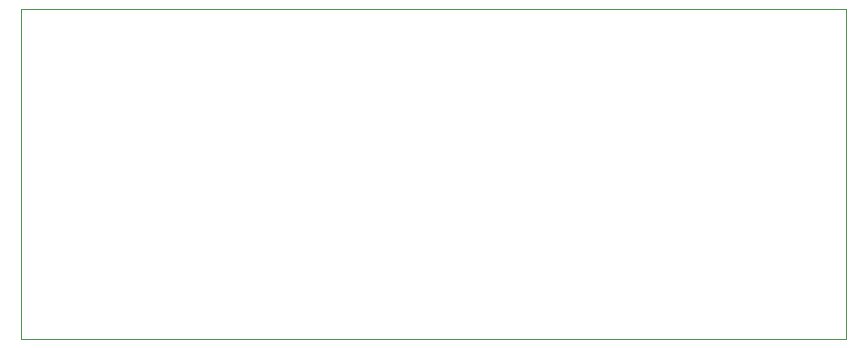
<source format=gbr>
%TF.GenerationSoftware,KiCad,Pcbnew,(6.0.0)*%
%TF.CreationDate,2022-01-02T18:39:14+01:00*%
%TF.ProjectId,esp-door-phone-monitor-v2,6573702d-646f-46f7-922d-70686f6e652d,rev?*%
%TF.SameCoordinates,Original*%
%TF.FileFunction,Profile,NP*%
%FSLAX46Y46*%
G04 Gerber Fmt 4.6, Leading zero omitted, Abs format (unit mm)*
G04 Created by KiCad (PCBNEW (6.0.0)) date 2022-01-02 18:39:14*
%MOMM*%
%LPD*%
G01*
G04 APERTURE LIST*
%TA.AperFunction,Profile*%
%ADD10C,0.100000*%
%TD*%
G04 APERTURE END LIST*
D10*
X108204000Y-84836000D02*
X178054000Y-84836000D01*
X178054000Y-84836000D02*
X178054000Y-112776000D01*
X178054000Y-112776000D02*
X108204000Y-112776000D01*
X108204000Y-112776000D02*
X108204000Y-84836000D01*
M02*

</source>
